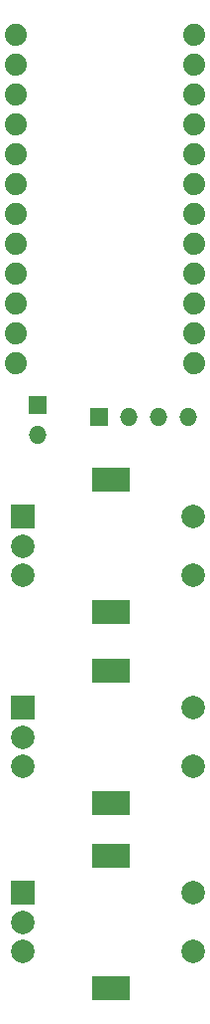
<source format=gtl>
%TF.GenerationSoftware,KiCad,Pcbnew,(5.1.10)-1*%
%TF.CreationDate,2021-08-08T16:05:11+01:00*%
%TF.ProjectId,bongopad,626f6e67-6f70-4616-942e-6b696361645f,1*%
%TF.SameCoordinates,PXb71b00PYb71b00*%
%TF.FileFunction,Copper,L1,Top*%
%TF.FilePolarity,Positive*%
%FSLAX46Y46*%
G04 Gerber Fmt 4.6, Leading zero omitted, Abs format (unit mm)*
G04 Created by KiCad (PCBNEW (5.1.10)-1) date 2021-08-08 16:05:11*
%MOMM*%
%LPD*%
G01*
G04 APERTURE LIST*
%TA.AperFunction,ComponentPad*%
%ADD10C,1.879600*%
%TD*%
%TA.AperFunction,ComponentPad*%
%ADD11O,1.524000X1.524000*%
%TD*%
%TA.AperFunction,ComponentPad*%
%ADD12R,1.524000X1.524000*%
%TD*%
%TA.AperFunction,ComponentPad*%
%ADD13C,2.000000*%
%TD*%
%TA.AperFunction,ComponentPad*%
%ADD14R,3.200000X2.000000*%
%TD*%
%TA.AperFunction,ComponentPad*%
%ADD15R,2.000000X2.000000*%
%TD*%
G04 APERTURE END LIST*
D10*
%TO.P,MCU1,24*%
%TO.N,Net-(MCU1-Pad24)*%
X17370000Y-3800000D03*
%TO.P,MCU1,23*%
%TO.N,Net-(J2-Pad2)*%
X17370000Y-6340000D03*
%TO.P,MCU1,22*%
%TO.N,Net-(J2-Pad1)*%
X17370000Y-8880000D03*
%TO.P,MCU1,21*%
%TO.N,Net-(MCU1-Pad21)*%
X17370000Y-11420000D03*
%TO.P,MCU1,20*%
%TO.N,Net-(MCU1-Pad20)*%
X17370000Y-13960000D03*
%TO.P,MCU1,19*%
%TO.N,Net-(MCU1-Pad19)*%
X17370000Y-16500000D03*
%TO.P,MCU1,18*%
%TO.N,Net-(MCU1-Pad18)*%
X17370000Y-19040000D03*
%TO.P,MCU1,17*%
%TO.N,Net-(MCU1-Pad17)*%
X17370000Y-21580000D03*
%TO.P,MCU1,16*%
%TO.N,Net-(MCU1-Pad16)*%
X17370000Y-24120000D03*
%TO.P,MCU1,15*%
%TO.N,Net-(MCU1-Pad15)*%
X17370000Y-26660000D03*
%TO.P,MCU1,14*%
%TO.N,Net-(MCU1-Pad14)*%
X17370000Y-29200000D03*
%TO.P,MCU1,13*%
%TO.N,Net-(MCU1-Pad13)*%
X17370000Y-31740000D03*
%TO.P,MCU1,12*%
%TO.N,Net-(MCU1-Pad12)*%
X2130000Y-31740000D03*
%TO.P,MCU1,11*%
%TO.N,Net-(MCU1-Pad11)*%
X2130000Y-29200000D03*
%TO.P,MCU1,10*%
%TO.N,Net-(MCU1-Pad10)*%
X2130000Y-26660000D03*
%TO.P,MCU1,9*%
%TO.N,Net-(MCU1-Pad9)*%
X2130000Y-24120000D03*
%TO.P,MCU1,8*%
%TO.N,Net-(MCU1-Pad8)*%
X2130000Y-21580000D03*
%TO.P,MCU1,7*%
%TO.N,Net-(MCU1-Pad7)*%
X2130000Y-19040000D03*
%TO.P,MCU1,6*%
%TO.N,Net-(MCU1-Pad6)*%
X2130000Y-16500000D03*
%TO.P,MCU1,5*%
%TO.N,Net-(MCU1-Pad5)*%
X2130000Y-13960000D03*
%TO.P,MCU1,4*%
%TO.N,Net-(MCU1-Pad4)*%
X2130000Y-11420000D03*
%TO.P,MCU1,3*%
%TO.N,Net-(MCU1-Pad3)*%
X2130000Y-8880000D03*
%TO.P,MCU1,2*%
%TO.N,Net-(MCU1-Pad2)*%
X2130000Y-6340000D03*
%TO.P,MCU1,1*%
%TO.N,Net-(MCU1-Pad1)*%
X2130000Y-3800000D03*
%TD*%
D11*
%TO.P,J2,2*%
%TO.N,Net-(J2-Pad2)*%
X4000000Y-37770000D03*
D12*
%TO.P,J2,1*%
%TO.N,Net-(J2-Pad1)*%
X4000000Y-35230000D03*
%TD*%
D13*
%TO.P,ROT3,S1*%
%TO.N,Net-(ROT3-PadS1)*%
X17250000Y-81750000D03*
%TO.P,ROT3,S2*%
%TO.N,Net-(ROT3-PadS2)*%
X17250000Y-76750000D03*
D14*
%TO.P,ROT3,MP*%
%TO.N,N/C*%
X10250000Y-84850000D03*
X10250000Y-73650000D03*
D13*
%TO.P,ROT3,B*%
%TO.N,Net-(ROT3-PadB)*%
X2750000Y-81750000D03*
%TO.P,ROT3,C*%
%TO.N,Net-(ROT3-PadC)*%
X2750000Y-79250000D03*
D15*
%TO.P,ROT3,A*%
%TO.N,Net-(ROT3-PadA)*%
X2750000Y-76750000D03*
%TD*%
D13*
%TO.P,ROT2,S1*%
%TO.N,Net-(ROT2-PadS1)*%
X17250000Y-66000000D03*
%TO.P,ROT2,S2*%
%TO.N,Net-(ROT2-PadS2)*%
X17250000Y-61000000D03*
D14*
%TO.P,ROT2,MP*%
%TO.N,N/C*%
X10250000Y-69100000D03*
X10250000Y-57900000D03*
D13*
%TO.P,ROT2,B*%
%TO.N,Net-(ROT2-PadB)*%
X2750000Y-66000000D03*
%TO.P,ROT2,C*%
%TO.N,Net-(ROT2-PadC)*%
X2750000Y-63500000D03*
D15*
%TO.P,ROT2,A*%
%TO.N,Net-(ROT2-PadA)*%
X2750000Y-61000000D03*
%TD*%
D13*
%TO.P,ROT1,S1*%
%TO.N,Net-(ROT1-PadS1)*%
X17250000Y-49750000D03*
%TO.P,ROT1,S2*%
%TO.N,Net-(ROT1-PadS2)*%
X17250000Y-44750000D03*
D14*
%TO.P,ROT1,MP*%
%TO.N,N/C*%
X10250000Y-52850000D03*
X10250000Y-41650000D03*
D13*
%TO.P,ROT1,B*%
%TO.N,Net-(ROT1-PadB)*%
X2750000Y-49750000D03*
%TO.P,ROT1,C*%
%TO.N,Net-(ROT1-PadC)*%
X2750000Y-47250000D03*
D15*
%TO.P,ROT1,A*%
%TO.N,Net-(ROT1-PadA)*%
X2750000Y-44750000D03*
%TD*%
D11*
%TO.P,J1,4*%
%TO.N,Net-(J1-Pad4)*%
X16810000Y-36250000D03*
D12*
%TO.P,J1,1*%
%TO.N,Net-(J1-Pad1)*%
X9190000Y-36250000D03*
D11*
%TO.P,J1,2*%
%TO.N,Net-(J1-Pad2)*%
X11730000Y-36250000D03*
%TO.P,J1,3*%
%TO.N,Net-(J1-Pad3)*%
X14270000Y-36250000D03*
%TD*%
M02*

</source>
